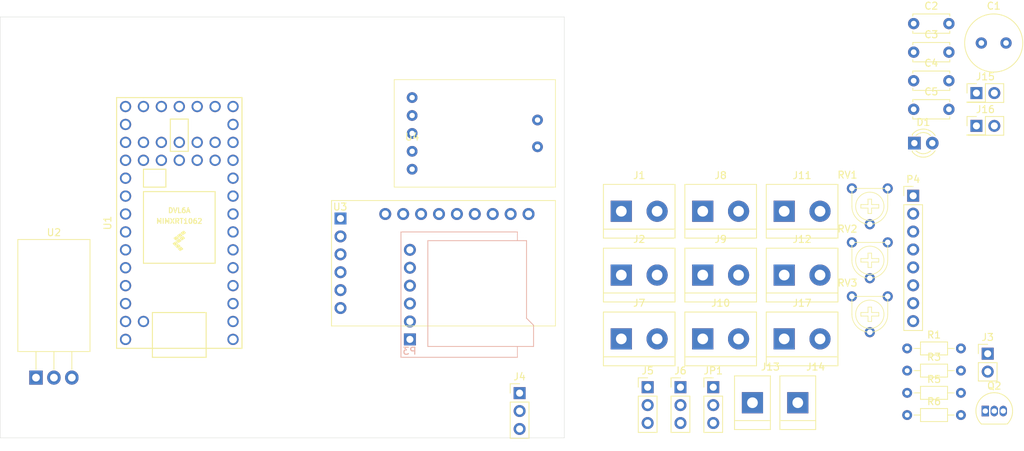
<source format=kicad_pcb>
(kicad_pcb (version 20240108) (generator "pcbnew") (generator_version "8.0")
  (layers (0 "F.Cu" signal) (31 "B.Cu" signal) (34 "B.Paste" user) (35 "F.Paste" user) (36 "B.SilkS" user "B.Silkscreen") (37 "F.SilkS" user "F.Silkscreen") (38 "B.Mask" user) (39 "F.Mask" user) (44 "Edge.Cuts" user))
  (net 0 "")
  (net 5 "Net-(U1-20_A6_TX5_LRCLK1)")
  (net 11 "Net-(U1-7_RX2_OUT1A)")
  (net 22 "/INPUT_C")
  (net 28 "Net-(U1-21_A7_RX5_BCLK1)")
  (net 33 "/INPUT_B")
  (net 37 "/INPUT_A")
  (net 41 "/INPUT_D")
  (net 45 "GND")
  (net 46 "Net-(U2-OUT)")
  (net 47 "Net-(J9-Pin_2)")
  (net 48 "Net-(C2-Pad1)")
  (net 49 "Net-(J7-Pin_2)")
  (net 50 "Net-(C3-Pad1)")
  (net 51 "Net-(J17-Pin_2)")
  (net 52 "Net-(C5-Pad1)")
  (net 54 "Net-(D1-K)")
  (net 55 "Net-(J1-Pin_2)")
  (net 56 "Net-(J10-Pin_2)")
  (net 57 "Net-(J3-Pin_1)")
  (net 58 "/VCC")
  (net 60 "Net-(J4-Pin_2)")
  (net 63 "Net-(J11-Pin_2)")
  (net 64 "Net-(J12-Pin_1)")
  (net 67 "Net-(J16-Pin_1)")
  (net 68 "Net-(JP1-A)")
  (net 70 "Net-(JP1-C)")
  (net 75 "/A1")
  (net 77 "/A3")
  (net 78 "/A2")
  (net 79 "/A0")
  (footprint "Sound_Myca_Teensy:bornier2" (layer "F.Cu") (at 176.98 125.66)
    (property "Reference" "J7" (at 2.54 -5.08 0) (layer "F.SilkS"))
    (property "Value" "OUTPUT_L")
    (fp_line (start -2.54 -3.81) (end -2.54 3.81) (stroke (width 0.12)) (layer "F.SilkS"))
    (fp_line (start -2.54 3.81) (end 7.62 3.81) (stroke (width 0.12)) (layer "F.SilkS"))
    (fp_line (start 7.62 -3.81) (end -2.54 -3.81) (stroke (width 0.12)) (layer "F.SilkS"))
    (fp_line (start 7.62 2.54) (end -2.54 2.54) (stroke (width 0.12)) (layer "F.SilkS"))
    (fp_line (start 7.62 3.81) (end 7.62 -3.81) (stroke (width 0.12)) (layer "F.SilkS"))
    (pad "1" thru_hole rect (at 0 0) (size 3 3) (drill 1.52) (layers "*.Cu" "*.Mask") (net 45 "GND"))
    (pad "2" thru_hole circle (at 5.08 0) (size 3 3) (drill 1.52) (layers "*.Cu" "*.Mask") (net 49 "Net-(J7-Pin_2)"))
  )
  (footprint "Connector_PinHeader_2.54mm:PinHeader_1x02_P2.54mm_Vertical" (layer "F.Cu") (at 228.94 127.76)
    (property "Reference" "J3" (at 0 -2.33 0) (layer "F.SilkS"))
    (property "Value" "Smoke Check")
    (fp_line (start -1.33 -1.33) (end 0 -1.33) (stroke (width 0.12)) (layer "F.SilkS"))
    (fp_line (start -1.33 0) (end -1.33 -1.33) (stroke (width 0.12)) (layer "F.SilkS"))
    (fp_line (start -1.33 1.27) (end -1.33 3.87) (stroke (width 0.12)) (layer "F.SilkS"))
    (fp_line (start -1.33 1.27) (end 1.33 1.27) (stroke (width 0.12)) (layer "F.SilkS"))
    (fp_line (start -1.33 3.87) (end 1.33 3.87) (stroke (width 0.12)) (layer "F.SilkS"))
    (fp_line (start 1.33 1.27) (end 1.33 3.87) (stroke (width 0.12)) (layer "F.SilkS"))
    (pad "1" thru_hole rect (at 0 0) (size 1.7 1.7) (drill 1) (layers "*.Cu" "*.Mask") (net 57 "Net-(J3-Pin_1)"))
    (pad "2" thru_hole oval (at 0 2.54) (size 1.7 1.7) (drill 1) (layers "*.Cu" "*.Mask") (net 58 "/VCC"))
  )
  (footprint "Connector_PinHeader_2.54mm:PinHeader_1x03_P2.54mm_Vertical" (layer "F.Cu") (at 180.72 132.51)
    (property "Reference" "J5" (at 0 -2.33 0) (layer "F.SilkS"))
    (property "Value" "B")
    (fp_line (start -1.33 -1.33) (end 0 -1.33) (stroke (width 0.12)) (layer "F.SilkS"))
    (fp_line (start -1.33 0) (end -1.33 -1.33) (stroke (width 0.12)) (layer "F.SilkS"))
    (fp_line (start -1.33 1.27) (end -1.33 6.41) (stroke (width 0.12)) (layer "F.SilkS"))
    (fp_line (start -1.33 1.27) (end 1.33 1.27) (stroke (width 0.12)) (layer "F.SilkS"))
    (fp_line (start -1.33 6.41) (end 1.33 6.41) (stroke (width 0.12)) (layer "F.SilkS"))
    (fp_line (start 1.33 1.27) (end 1.33 6.41) (stroke (width 0.12)) (layer "F.SilkS"))
    (pad "1" thru_hole rect (at 0 0) (size 1.7 1.7) (drill 1) (layers "*.Cu" "*.Mask"))
    (pad "2" thru_hole oval (at 0 2.54) (size 1.7 1.7) (drill 1) (layers "*.Cu" "*.Mask") (net 60 "Net-(J4-Pin_2)"))
    (pad "3" thru_hole oval (at 0 5.08) (size 1.7 1.7) (drill 1) (layers "*.Cu" "*.Mask") (net 45 "GND"))
  )
  (footprint "Sound_Myca_Teensy:bornier2" (layer "F.Cu") (at 188.53 125.66)
    (property "Reference" "J10" (at 2.54 -5.08 0) (layer "F.SilkS"))
    (property "Value" "AMPLI_R")
    (fp_line (start -2.54 -3.81) (end -2.54 3.81) (stroke (width 0.12)) (layer "F.SilkS"))
    (fp_line (start -2.54 3.81) (end 7.62 3.81) (stroke (width 0.12)) (layer "F.SilkS"))
    (fp_line (start 7.62 -3.81) (end -2.54 -3.81) (stroke (width 0.12)) (layer "F.SilkS"))
    (fp_line (start 7.62 2.54) (end -2.54 2.54) (stroke (width 0.12)) (layer "F.SilkS"))
    (fp_line (start 7.62 3.81) (end 7.62 -3.81) (stroke (width 0.12)) (layer "F.SilkS"))
    (pad "1" thru_hole rect (at 0 0) (size 3 3) (drill 1.52) (layers "*.Cu" "*.Mask") (net 45 "GND"))
    (pad "2" thru_hole circle (at 5.08 0) (size 3 3) (drill 1.52) (layers "*.Cu" "*.Mask") (net 56 "Net-(J10-Pin_2)"))
  )
  (footprint "Sound_Myca_Teensy:Potentiometer_Round_5.08x5.08_Vertical" (layer "F.Cu") (at 214.762 119.63)
    (property "Reference" "RV3" (at -5.715 -1.905 0) (layer "F.SilkS"))
    (property "Value" "10K")
    (fp_line (start -5.08 0) (end -5.08 2.54) (stroke (width 0.1)) (layer "F.SilkS"))
    (fp_line (start -3.81 2.286) (end -2.794 2.286) (stroke (width 0.1)) (layer "F.SilkS"))
    (fp_line (start -3.81 2.794) (end -3.81 2.286) (stroke (width 0.1)) (layer "F.SilkS"))
    (fp_line (start -2.794 1.524) (end -2.286 1.524) (stroke (width 0.1)) (layer "F.SilkS"))
    (fp_line (start -2.794 2.286) (end -2.794 1.524) (stroke (width 0.1)) (layer "F.SilkS"))
    (fp_line (start -2.794 2.794) (end -3.81 2.794) (stroke (width 0.1)) (layer "F.SilkS"))
    (fp_line (start -2.794 3.556) (end -2.794 2.794) (stroke (width 0.1)) (layer "F.SilkS"))
    (fp_line (start -2.286 1.524) (end -2.286 2.286) (stroke (width 0.1)) (layer "F.SilkS"))
    (fp_line (start -2.286 2.286) (end -1.27 2.286) (stroke (width 0.1)) (layer "F.SilkS"))
    (fp_line (start -2.286 2.794) (end -2.286 3.556) (stroke (width 0.1)) (layer "F.SilkS"))
    (fp_line (start -2.286 3.556) (end -2.794 3.556) (stroke (width 0.1)) (layer "F.SilkS"))
    (fp_line (start -1.27 2.286) (end -1.27 2.794) (stroke (width 0.1)) (layer "F.SilkS"))
    (fp_line (start -1.27 2.794) (end -2.286 2.794) (stroke (width 0.1)) (layer "F.SilkS"))
    (fp_line (start 0 0) (end -5.08 0) (stroke (width 0.1)) (layer "F.SilkS"))
    (fp_line (start 0 2.54) (end 0 0) (stroke (width 0.1)) (layer "F.SilkS"))
    (fp_arc (start 0 2.54) (mid -2.54 5.08) (end -5.08 2.54) (stroke (width 0.1)) (layer "F.SilkS"))
    (fp_circle (center -2.54 2.54) (end -0.635 1.905) (stroke (width 0.1)) (fill none) (layer "F.SilkS"))
    (pad "1" thru_hole circle (at 0 0) (size 1.44 1.44) (drill 0.8) (layers "*.Cu" "*.Mask") (net 45 "GND"))
    (pad "2" thru_hole circle (at -2.54 5.08) (size 1.44 1.44) (drill 0.8) (layers "*.Cu" "*.Mask") (net 52 "Net-(C5-Pad1)"))
    (pad "3" thru_hole circle (at -5.08 0) (size 1.44 1.44) (drill 0.8) (layers "*.Cu" "*.Mask"))
  )
  (footprint "Resistor_THT:R_Axial_DIN0204_L3.6mm_D1.6mm_P7.62mm_Horizontal" (layer "F.Cu") (at 217.52 127.01)
    (property "Reference" "R1" (at 3.81 -1.92 0) (layer "F.SilkS"))
    (property "Value" "1K")
    (fp_line (start 0.94 0) (end 1.89 0) (stroke (width 0.12)) (layer "F.SilkS"))
    (fp_line (start 1.89 -0.92) (end 1.89 0.92) (stroke (width 0.12)) (layer "F.SilkS"))
    (fp_line (start 1.89 0.92) (end 5.73 0.92) (stroke (width 0.12)) (layer "F.SilkS"))
    (fp_line (start 5.73 -0.92) (end 1.89 -0.92) (stroke (width 0.12)) (layer "F.SilkS"))
    (fp_line (start 5.73 0.92) (end 5.73 -0.92) (stroke (width 0.12)) (layer "F.SilkS"))
    (fp_line (start 6.68 0) (end 5.73 0) (stroke (width 0.12)) (layer "F.SilkS"))
    (pad "1" thru_hole circle (at 0 0) (size 1.4 1.4) (drill 0.7) (layers "*.Cu" "*.Mask"))
    (pad "2" thru_hole oval (at 7.62 0) (size 1.4 1.4) (drill 0.7) (layers "*.Cu" "*.Mask"))
  )
  (footprint "LED_THT:LED_D3.0mm" (layer "F.Cu") (at 218.54 97.9)
    (property "Reference" "D1" (at 1.27 -2.96 0) (layer "F.SilkS"))
    (property "Value" "LED Alr")
    (fp_line (start -0.29 -1.236) (end -0.29 -1.08) (stroke (width 0.12)) (layer "F.SilkS"))
    (fp_line (start -0.29 1.08) (end -0.29 1.236) (stroke (width 0.12)) (layer "F.SilkS"))
    (fp_arc (start -0.29 -1.235516) (mid 1.366487 -1.987659) (end 2.942335 -1.078608) (stroke (width 0.12)) (layer "F.SilkS"))
    (fp_arc (start 0.229039 -1.08) (mid 1.270117 -1.5) (end 2.31113 -1.079837) (stroke (width 0.12)) (layer "F.SilkS"))
    (fp_arc (start 2.31113 1.079837) (mid 1.270117 1.5) (end 0.229039 1.08) (stroke (width 0.12)) (layer "F.SilkS"))
    (fp_arc (start 2.942335 1.078608) (mid 1.366487 1.987659) (end -0.29 1.235516) (stroke (width 0.12)) (layer "F.SilkS"))
    (pad "1" thru_hole rect (at 0 0) (size 1.8 1.8) (drill 0.9) (layers "*.Cu" "*.Mask") (net 54 "Net-(D1-K)"))
    (pad "2" thru_hole circle (at 2.54 0) (size 1.8 1.8) (drill 0.9) (layers "*.Cu" "*.Mask"))
  )
  (footprint "Capacitor_THT:C_Disc_D5.0mm_W2.5mm_P5.00mm" (layer "F.Cu") (at 218.44 89.05)
    (property "Reference" "C4" (at 2.5 -2.5 0) (layer "F.SilkS"))
    (property "Value" "100nF")
    (fp_line (start -0.12 -1.37) (end -0.12 -1.055) (stroke (width 0.12)) (layer "F.SilkS"))
    (fp_line (start -0.12 -1.37) (end 5.12 -1.37) (stroke (width 0.12)) (layer "F.SilkS"))
    (fp_line (start -0.12 1.055) (end -0.12 1.37) (stroke (width 0.12)) (layer "F.SilkS"))
    (fp_line (start -0.12 1.37) (end 5.12 1.37) (stroke (width 0.12)) (layer "F.SilkS"))
    (fp_line (start 5.12 -1.37) (end 5.12 -1.055) (stroke (width 0.12)) (layer "F.SilkS"))
    (fp_line (start 5.12 1.055) (end 5.12 1.37) (stroke (width 0.12)) (layer "F.SilkS"))
    (pad "1" thru_hole circle (at 0 0) (size 1.6 1.6) (drill 0.8) (layers "*.Cu" "*.Mask") (net 45 "GND"))
    (pad "2" thru_hole circle (at 5 0) (size 1.6 1.6) (drill 0.8) (layers "*.Cu" "*.Mask") (net 46 "Net-(U2-OUT)"))
  )
  (footprint "Resistor_THT:R_Axial_DIN0204_L3.6mm_D1.6mm_P7.62mm_Horizontal" (layer "F.Cu") (at 217.52 136.46)
    (property "Reference" "R6" (at 3.81 -1.92 0) (layer "F.SilkS"))
    (property "Value" "10K")
    (fp_line (start 0.94 0) (end 1.89 0) (stroke (width 0.12)) (layer "F.SilkS"))
    (fp_line (start 1.89 -0.92) (end 1.89 0.92) (stroke (width 0.12)) (layer "F.SilkS"))
    (fp_line (start 1.89 0.92) (end 5.73 0.92) (stroke (width 0.12)) (layer "F.SilkS"))
    (fp_line (start 5.73 -0.92) (end 1.89 -0.92) (stroke (width 0.12)) (layer "F.SilkS"))
    (fp_line (start 5.73 0.92) (end 5.73 -0.92) (stroke (width 0.12)) (layer "F.SilkS"))
    (fp_line (start 6.68 0) (end 5.73 0) (stroke (width 0.12)) (layer "F.SilkS"))
    (pad "1" thru_hole circle (at 0 0) (size 1.4 1.4) (drill 0.7) (layers "*.Cu" "*.Mask") (net 68 "Net-(JP1-A)"))
    (pad "2" thru_hole oval (at 7.62 0) (size 1.4 1.4) (drill 0.7) (layers "*.Cu" "*.Mask") (net 45 "GND"))
  )
  (footprint "Sound_Myca_Teensy:bornier1" (layer "F.Cu") (at 202.007 134.71)
    (property "Reference" "J14" (at 2.54 -5.08 0) (layer "F.SilkS"))
    (property "Value" "OUTPUT_R")
    (fp_line (start -2.54 -3.81) (end -2.54 3.81) (stroke (width 0.12)) (layer "F.SilkS"))
    (fp_line (start -2.54 3.81) (end 2.54 3.81) (stroke (width 0.12)) (layer "F.SilkS"))
    (fp_line (start 2.54 -3.81) (end -2.54 -3.81) (stroke (width 0.12)) (layer "F.SilkS"))
    (fp_line (start 2.54 2.54) (end -2.54 2.54) (stroke (width 0.12)) (layer "F.SilkS"))
    (fp_line (start 2.54 3.81) (end 2.54 -3.81) (stroke (width 0.12)) (layer "F.SilkS"))
    (pad "1" thru_hole rect (at 0 0) (size 3 3) (drill 1.52) (layers "*.Cu" "*.Mask") (net 64 "Net-(J12-Pin_1)"))
  )
  (footprint "Connector_PinHeader_2.54mm:PinHeader_2x01_P2.54mm_Vertical" (layer "F.Cu") (at 227.34 95.45)
    (property "Reference" "J16" (at 1.27 -2.33 0) (layer "F.SilkS"))
    (property "Value" "OUT_LINE")
    (fp_line (start -1.33 -1.33) (end 0 -1.33) (stroke (width 0.12)) (layer "F.SilkS"))
    (fp_line (start -1.33 0) (end -1.33 -1.33) (stroke (width 0.12)) (layer "F.SilkS"))
    (fp_line (start -1.33 1.27) (end -1.33 1.33) (stroke (width 0.12)) (layer "F.SilkS"))
    (fp_line (start -1.33 1.27) (end 1.27 1.27) (stroke (width 0.12)) (layer "F.SilkS"))
    (fp_line (start -1.33 1.33) (end 3.87 1.33) (stroke (width 0.12)) (layer "F.SilkS"))
    (fp_line (start 1.27 -1.33) (end 3.87 -1.33) (stroke (width 0.12)) (layer "F.SilkS"))
    (fp_line (start 1.27 1.27) (end 1.27 -1.33) (stroke (width 0.12)) (layer "F.SilkS"))
    (fp_line (start 3.87 -1.33) (end 3.87 1.33) (stroke (width 0.12)) (layer "F.SilkS"))
    (pad "1" thru_hole rect (at 0 0) (size 1.7 1.7) (drill 1) (layers "*.Cu" "*.Mask") (net 67 "Net-(J16-Pin_1)"))
    (pad "2" thru_hole oval (at 2.54 0) (size 1.7 1.7) (drill 1) (layers "*.Cu" "*.Mask") (net 45 "GND"))
  )
  (footprint "Connector_PinHeader_2.54mm:PinHeader_1x03_P2.54mm_Vertical" (layer "F.Cu") (at 185.37 132.51)
    (property "Reference" "J6" (at 0 -2.33 0) (layer "F.SilkS"))
    (property "Value" "C")
    (fp_line (start -1.33 -1.33) (end 0 -1.33) (stroke (width 0.12)) (layer "F.SilkS"))
    (fp_line (start -1.33 0) (end -1.33 -1.33) (stroke (width 0.12)) (layer "F.SilkS"))
    (fp_line (start -1.33 1.27) (end -1.33 6.41) (stroke (width 0.12)) (layer "F.SilkS"))
    (fp_line (start -1.33 1.27) (end 1.33 1.27) (stroke (width 0.12)) (layer "F.SilkS"))
    (fp_line (start -1.33 6.41) (end 1.33 6.41) (stroke (width 0.12)) (layer "F.SilkS"))
    (fp_line (start 1.33 1.27) (end 1.33 6.41) (stroke (width 0.12)) (layer "F.SilkS"))
    (pad "1" thru_hole rect (at 0 0) (size 1.7 1.7) (drill 1) (layers "*.Cu" "*.Mask"))
    (pad "2" thru_hole oval (at 0 2.54) (size 1.7 1.7) (drill 1) (layers "*.Cu" "*.Mask") (net 60 "Net-(J4-Pin_2)"))
    (pad "3" thru_hole oval (at 0 5.08) (size 1.7 1.7) (drill 1) (layers "*.Cu" "*.Mask") (net 45 "GND"))
  )
  (footprint "Resistor_THT:R_Axial_DIN0204_L3.6mm_D1.6mm_P7.62mm_Horizontal" (layer "F.Cu") (at 217.52 130.16)
    (property "Reference" "R3" (at 3.81 -1.92 0) (layer "F.SilkS"))
    (property "Value" "470")
    (fp_line (start 0.94 0) (end 1.89 0) (stroke (width 0.12)) (layer "F.SilkS"))
    (fp_line (start 1.89 -0.92) (end 1.89 0.92) (stroke (width 0.12)) (layer "F.SilkS"))
    (fp_line (start 1.89 0.92) (end 5.73 0.92) (stroke (width 0.12)) (layer "F.SilkS"))
    (fp_line (start 5.73 -0.92) (end 1.89 -0.92) (stroke (width 0.12)) (layer "F.SilkS"))
    (fp_line (start 5.73 0.92) (end 5.73 -0.92) (stroke (width 0.12)) (layer "F.SilkS"))
    (fp_line (start 6.68 0) (end 5.73 0) (stroke (width 0.12)) (layer "F.SilkS"))
    (pad "1" thru_hole circle (at 0 0) (size 1.4 1.4) (drill 0.7) (layers "*.Cu" "*.Mask") (net 54 "Net-(D1-K)"))
    (pad "2" thru_hole oval (at 7.62 0) (size 1.4 1.4) (drill 0.7) (layers "*.Cu" "*.Mask") (net 45 "GND"))
  )
  (footprint "Sound_Myca_Teensy:bornier2" (layer "F.Cu") (at 188.53 107.56)
    (property "Reference" "J8" (at 2.54 -5.08 0) (layer "F.SilkS"))
    (property "Value" "AMPLI_L")
    (fp_line (start -2.54 -3.81) (end -2.54 3.81) (stroke (width 0.12)) (layer "F.SilkS"))
    (fp_line (start -2.54 3.81) (end 7.62 3.81) (stroke (width 0.12)) (layer "F.SilkS"))
    (fp_line (start 7.62 -3.81) (end -2.54 -3.81) (stroke (width 0.12)) (layer "F.SilkS"))
    (fp_line (start 7.62 2.54) (end -2.54 2.54) (stroke (width 0.12)) (layer "F.SilkS"))
    (fp_line (start 7.62 3.81) (end 7.62 -3.81) (stroke (width 0.12)) (layer "F.SilkS"))
    (pad "1" thru_hole rect (at 0 0) (size 3 3) (drill 1.52) (layers "*.Cu" "*.Mask") (net 45 "GND"))
    (pad "2" thru_hole circle (at 5.08 0) (size 3 3) (drill 1.52) (layers "*.Cu" "*.Mask") (net 56 "Net-(J10-Pin_2)"))
  )
  (footprint "Capacitor_THT:C_Disc_D5.0mm_W2.5mm_P5.00mm" (layer "F.Cu") (at 218.44 85)
    (property "Reference" "C3" (at 2.5 -2.5 0) (layer "F.SilkS"))
    (property "Value" "1µF")
    (fp_line (start -0.12 -1.37) (end -0.12 -1.055) (stroke (width 0.12)) (layer "F.SilkS"))
    (fp_line (start -0.12 -1.37) (end 5.12 -1.37) (stroke (width 0.12)) (layer "F.SilkS"))
    (fp_line (start -0.12 1.055) (end -0.12 1.37) (stroke (width 0.12)) (layer "F.SilkS"))
    (fp_line (start -0.12 1.37) (end 5.12 1.37) (stroke (width 0.12)) (layer "F.SilkS"))
    (fp_line (start 5.12 -1.37) (end 5.12 -1.055) (stroke (width 0.12)) (layer "F.SilkS"))
    (fp_line (start 5.12 1.055) (end 5.12 1.37) (stroke (width 0.12)) (layer "F.SilkS"))
    (pad "1" thru_hole circle (at 0 0) (size 1.6 1.6) (drill 0.8) (layers "*.Cu" "*.Mask") (net 50 "Net-(C3-Pad1)"))
    (pad "2" thru_hole circle (at 5 0) (size 1.6 1.6) (drill 0.8) (layers "*.Cu" "*.Mask") (net 49 "Net-(J7-Pin_2)"))
  )
  (footprint "Sound_Myca_Teensy:bornier2" (layer "F.Cu") (at 176.98 107.56)
    (property "Reference" "J1" (at 2.54 -5.08 0) (layer "F.SilkS"))
    (property "Value" "Power")
    (fp_line (start -2.54 -3.81) (end -2.54 3.81) (stroke (width 0.12)) (layer "F.SilkS"))
    (fp_line (start -2.54 3.81) (end 7.62 3.81) (stroke (width 0.12)) (layer "F.SilkS"))
    (fp_line (start 7.62 -3.81) (end -2.54 -3.81) (stroke (width 0.12)) (layer "F.SilkS"))
    (fp_line (start 7.62 2.54) (end -2.54 2.54) (stroke (width 0.12)) (layer "F.SilkS"))
    (fp_line (start 7.62 3.81) (end 7.62 -3.81) (stroke (width 0.12)) (layer "F.SilkS"))
    (pad "1" thru_hole rect (at 0 0) (size 3 3) (drill 1.52) (layers "*.Cu" "*.Mask") (net 45 "GND"))
    (pad "2" thru_hole circle (at 5.08 0) (size 3 3) (drill 1.52) (layers "*.Cu" "*.Mask") (net 55 "Net-(J1-Pin_2)"))
  )
  (footprint "Sound_Myca_Teensy:Potentiometer_Round_5.08x5.08_Vertical" (layer "F.Cu") (at 214.762 104.322)
    (property "Reference" "RV1" (at -5.715 -1.905 0) (layer "F.SilkS"))
    (property "Value" "10K")
    (fp_line (start -5.08 0) (end -5.08 2.54) (stroke (width 0.1)) (layer "F.SilkS"))
    (fp_line (start -3.81 2.286) (end -2.794 2.286) (stroke (width 0.1)) (layer "F.SilkS"))
    (fp_line (start -3.81 2.794) (end -3.81 2.286) (stroke (width 0.1)) (layer "F.SilkS"))
    (fp_line (start -2.794 1.524) (end -2.286 1.524) (stroke (width 0.1)) (layer "F.SilkS"))
    (fp_line (start -2.794 2.286) (end -2.794 1.524) (stroke (width 0.1)) (layer "F.SilkS"))
    (fp_line (start -2.794 2.794) (end -3.81 2.794) (stroke (width 0.1)) (layer "F.SilkS"))
    (fp_line (start -2.794 3.556) (end -2.794 2.794) (stroke (width 0.1)) (layer "F.SilkS"))
    (fp_line (start -2.286 1.524) (end -2.286 2.286) (stroke (width 0.1)) (layer "F.SilkS"))
    (fp_line (start -2.286 2.286) (end -1.27 2.286) (stroke (width 0.1)) (layer "F.SilkS"))
    (fp_line (start -2.286 2.794) (end -2.286 3.556) (stroke (width 0.1)) (layer "F.SilkS"))
    (fp_line (start -2.286 3.556) (end -2.794 3.556) (stroke (width 0.1)) (layer "F.SilkS"))
    (fp_line (start -1.27 2.286) (end -1.27 2.794) (stroke (width 0.1)) (layer "F.SilkS"))
    (fp_line (start -1.27 2.794) (end -2.286 2.794) (stroke (width 0.1)) (layer "F.SilkS"))
    (fp_line (start 0 0) (end -5.08 0) (stroke (width 0.1)) (layer "F.SilkS"))
    (fp_line (start 0 2.54) (end 0 0) (stroke (width 0.1)) (layer "F.SilkS"))
    (fp_arc (start 0 2.54) (mid -2.54 5.08) (end -5.08 2.54) (stroke (width 0.1)) (layer "F.SilkS"))
    (fp_circle (center -2.54 2.54) (end -0.635 1.905) (stroke (width 0.1)) (fill none) (layer "F.SilkS"))
    (pad "1" thru_hole circle (at 0 0) (size 1.44 1.44) (drill 0.8) (layers "*.Cu" "*.Mask") (net 45 "GND"))
    (pad "2" thru_hole circle (at -2.54 5.08) (size 1.44 1.44) (drill 0.8) (layers "*.Cu" "*.Mask") (net 50 "Net-(C3-Pad1)"))
    (pad "3" thru_hole circle (at -5.08 0) (size 1.44 1.44) (drill 0.8) (layers "*.Cu" "*.Mask") (net 67 "Net-(J16-Pin_1)"))
  )
  (footprint "Sound_Myca_Teensy:bornier1" (layer "F.Cu") (at 195.58 134.71)
    (property "Reference" "J13" (at 2.54 -5.08 0) (layer "F.SilkS"))
    (property "Value" "OUTPUT_L")
    (fp_line (start -2.54 -3.81) (end -2.54 3.81) (stroke (width 0.12)) (layer "F.SilkS"))
    (fp_line (start -2.54 3.81) (end 2.54 3.81) (stroke (width 0.12)) (layer "F.SilkS"))
    (fp_line (start 2.54 -3.81) (end -2.54 -3.81) (stroke (width 0.12)) (layer "F.SilkS"))
    (fp_line (start 2.54 2.54) (end -2.54 2.54) (stroke (width 0.12)) (layer "F.SilkS"))
    (fp_line (start 2.54 3.81) (end 2.54 -3.81) (stroke (width 0.12)) (layer "F.SilkS"))
    (pad "1" thru_hole rect (at 0 0) (size 3 3) (drill 1.52) (layers "*.Cu" "*.Mask") (net 63 "Net-(J11-Pin_2)"))
  )
  (footprint "Resistor_THT:R_Axial_DIN0204_L3.6mm_D1.6mm_P7.62mm_Horizontal" (layer "F.Cu") (at 217.52 133.31)
    (property "Reference" "R5" (at 3.81 -1.92 0) (layer "F.SilkS"))
    (property "Value" "100K")
    (fp_line (start 0.94 0) (end 1.89 0) (stroke (width 0.12)) (layer "F.SilkS"))
    (fp_line (start 1.89 -0.92) (end 1.89 0.92) (stroke (width 0.12)) (layer "F.SilkS"))
    (fp_line (start 1.89 0.92) (end 5.73 0.92) (stroke (width 0.12)) (layer "F.SilkS"))
    (fp_line (start 5.73 -0.92) (end 1.89 -0.92) (stroke (width 0.12)) (layer "F.SilkS"))
    (fp_line (start 5.73 0.92) (end 5.73 -0.92) (stroke (width 0.12)) (layer "F.SilkS"))
    (fp_line (start 6.68 0) (end 5.73 0) (stroke (width 0.12)) (layer "F.SilkS"))
    (pad "1" thru_hole circle (at 0 0) (size 1.4 1.4) (drill 0.7) (layers "*.Cu" "*.Mask") (net 57 "Net-(J3-Pin_1)"))
    (pad "2" thru_hole oval (at 7.62 0) (size 1.4 1.4) (drill 0.7) (layers "*.Cu" "*.Mask") (net 45 "GND"))
  )
  (footprint "Connector_PinHeader_2.54mm:PinHeader_1x03_P2.54mm_Vertical" (layer "F.Cu") (at 162.56 133.35)
    (property "Reference" "J4" (at 0 -2.33 0) (layer "F.SilkS"))
    (property "Value" "A")
    (fp_line (start -1.33 -1.33) (end 0 -1.33) (stroke (width 0.12)) (layer "F.SilkS"))
    (fp_line (start -1.33 0) (end -1.33 -1.33) (stroke (width 0.12)) (layer "F.SilkS"))
    (fp_line (start -1.33 1.27) (end -1.33 6.41) (stroke (width 0.12)) (layer "F.SilkS"))
    (fp_line (start -1.33 1.27) (end 1.33 1.27) (stroke (width 0.12)) (layer "F.SilkS"))
    (fp_line (start -1.33 6.41) (end 1.33 6.41) (stroke (width 0.12)) (layer "F.SilkS"))
    (fp_line (start 1.33 1.27) (end 1.33 6.41) (stroke (width 0.12)) (layer "F.SilkS"))
    (pad "1" thru_hole rect (at 0 0) (size 1.7 1.7) (drill 1) (layers "*.Cu" "*.Mask"))
    (pad "2" thru_hole oval (at 0 2.54) (size 1.7 1.7) (drill 1) (layers "*.Cu" "*.Mask") (net 60 "Net-(J4-Pin_2)"))
    (pad "3" thru_hole oval (at 0 5.08) (size 1.7 1.7) (drill 1) (layers "*.Cu" "*.Mask") (net 45 "GND"))
  )
  (footprint "Sound_Myca_Teensy:Teensy40" (layer "F.Cu") (at 114.3 109.22 90)
    (property "Reference" "U1" (at 0 -10.16 90) (layer "F.SilkS"))
    (property "Value" "Teensy4.0")
    (fp_line (start 17.78 -8.89) (end 17.78 8.89) (stroke (width 0.15)) (layer "F.SilkS"))
    (fp_line (start -17.78 -8.89) (end 17.78 -8.89) (stroke (width 0.15)) (layer "F.SilkS"))
    (fp_line (start 7.62 -5.08) (end 7.62 -1.905) (stroke (width 0.15)) (layer "F.SilkS"))
    (fp_line (start 5.08 -5.08) (end 7.62 -5.08) (stroke (width 0.15)) (layer "F.SilkS"))
    (fp_line (start 4.445 -5.08) (end -5.715 -5.08) (stroke (width 0.15)) (layer "F.SilkS"))
    (fp_line (start -5.715 -5.08) (end -5.715 5.08) (stroke (width 0.15)) (layer "F.SilkS"))
    (fp_line (start -12.7 -3.81) (end -17.78 -3.81) (stroke (width 0.15)) (layer "F.SilkS"))
    (fp_line (start -19.05 -3.81) (end -17.78 -3.81) (stroke (width 0.15)) (layer "F.SilkS"))
    (fp_line (start 7.62 -1.905) (end 5.08 -1.905) (stroke (width 0.15)) (layer "F.SilkS"))
    (fp_line (start 5.08 -1.905) (end 5.08 -5.08) (stroke (width 0.15)) (layer "F.SilkS"))
    (fp_line (start 14.732 -1.27) (end 14.732 1.27) (stroke (width 0.15)) (layer "F.SilkS"))
    (fp_line (start 10.16 -1.27) (end 14.732 -1.27) (stroke (width 0.15)) (layer "F.SilkS"))
    (fp_line (start 14.732 1.27) (end 10.16 1.27) (stroke (width 0.15)) (layer "F.SilkS"))
    (fp_line (start 10.16 1.27) (end 10.16 -1.27) (stroke (width 0.15)) (layer "F.SilkS"))
    (fp_line (start -12.7 3.81) (end -12.7 -3.81) (stroke (width 0.15)) (layer "F.SilkS"))
    (fp_line (start -12.7 3.81) (end -17.78 3.81) (stroke (width 0.15)) (layer "F.SilkS"))
    (fp_line (start -17.78 3.81) (end -19.05 3.81) (stroke (width 0.15)) (layer "F.SilkS"))
    (fp_line (start -19.05 3.81) (end -19.05 -3.81) (stroke (width 0.15)) (layer "F.SilkS"))
    (fp_line (start 4.445 5.08) (end 4.445 -5.08) (stroke (width 0.15)) (layer "F.SilkS"))
    (fp_line (start 4.445 5.08) (end -5.715 5.08) (stroke (width 0.15)) (layer "F.SilkS"))
    (fp_line (start 17.78 8.89) (end -17.78 8.89) (stroke (width 0.15)) (layer "F.SilkS"))
    (fp_line (start -17.78 8.89) (end -17.78 -8.89) (stroke (width 0.15)) (layer "F.SilkS"))
    (fp_poly (pts (xy -3.175 -0.635) (xy -2.921 -0.889) (xy -2.667 -0.508) (xy -2.921 -0.254)) (stroke (width 0.1)) (fill solid) (layer "F.SilkS"))
    (fp_poly (pts (xy -2.413 -0.508) (xy -2.159 -0.762) (xy -1.905 -0.381) (xy -2.159 -0.127)) (stroke (width 0.1)) (fill solid) (layer "F.SilkS"))
    (fp_poly (pts (xy -3.556 -0.254) (xy -3.302 -0.508) (xy -3.048 -0.127) (xy -3.302 0.127)) (stroke (width 0.1)) (fill solid) (layer "F.SilkS"))
    (fp_poly (pts (xy -2.794 -0.127) (xy -2.54 -0.381) (xy -2.286 0) (xy -2.54 0.254)) (stroke (width 0.1)) (fill solid) (layer "F.SilkS"))
    (fp_poly (pts (xy -2.032 0) (xy -1.778 -0.254) (xy -1.524 0.127) (xy -1.778 0.381)) (stroke (width 0.1)) (fill solid) (layer "F.SilkS"))
    (fp_poly (pts (xy -3.937 0.127) (xy -3.683 -0.127) (xy -3.429 0.254) (xy -3.683 0.508)) (stroke (width 0.1)) (fill solid) (layer "F.SilkS"))
    (fp_poly (pts (xy -2.413 0.381) (xy -2.159 0.127) (xy -1.905 0.508) (xy -2.159 0.762)) (stroke (width 0.1)) (fill solid) (layer "F.SilkS"))
    (fp_poly (pts (xy -1.651 0.508) (xy -1.397 0.254) (xy -1.143 0.635) (xy -1.397 0.889)) (stroke (width 0.1)) (fill solid) (layer "F.SilkS"))
    (fp_text user "MIMXRT1062" (at 0.254 0 0) (layer "F.SilkS") (effects (font (size 0.7 0.7))))
    (fp_text user "DVL6A" (at 1.778 0 0) (layer "F.SilkS") (effects (font (size 0.7 0.7))))
    (pad "1" thru_hole circle (at -16.51 7.62 90) (size 1.6 1.6) (drill 1.1) (layers "*.Cu" "*.Mask") (net 45 "GND"))
    (pad "2" thru_hole circle (at -13.97 7.62 90) (size 1.6 1.6) (drill 1.1) (layers "*.Cu" "*.Mask") (net 41 "/INPUT_D"))
    (pad "3" thru_hole circle (at -11.43 7.62 90) (size 1.6 1.6) (drill 1.1) (layers "*.Cu" "*.Mask"))
    (pad "4" thru_hole circle (at -8.89 7.62 90) (size 1.6 1.6) (drill 1.1) (layers "*.Cu" "*.Mask") (net 37 "/INPUT_A"))
    (pad "5" thru_hole circle (at -6.35 7.62 90) (size 1.6 1.6) (drill 1.1) (layers "*.Cu" "*.Mask") (net 33 "/INPUT_B"))
    (pad "6" thru_hole circle (at -3.81 7.62 90) (size 1.6 1.6) (drill 1.1) (layers "*.Cu" "*.Mask") (net 22 "/INPUT_C"))
    (pad "7" thru_hole circle (at -1.27 7.62 90) (size 1.6 1.6) (drill 1.1) (layers "*.Cu" "*.Mask"))
    (pad "8" thru_hole circle (at 1.27 7.62 90) (size 1.6 1.6) (drill 1.1) (layers "*.Cu" "*.Mask"))
    (pad "9" thru_hole circle (at 3.81 7.62 90) (size 1.6 1.6) (drill 1.1) (layers "*.Cu" "*.Mask") (net 11 "Net-(U1-7_RX2_OUT1A)"))
    (pad "10" thru_hole circle (at 6.35 7.62 90) (size 1.6 1.6) (drill 1.1) (layers "*.Cu" "*.Mask"))
    (pad "11" thru_hole circle (at 8.89 7.62 90) (size 1.6 1.6) (drill 1.1) (layers "*.Cu" "*.Mask"))
    (pad "12" thru_hole circle (at 11.43 7.62 90) (size 1.6 1.6) (drill 1.1) (layers "*.Cu" "*.Mask"))
    (pad "13" thru_hole circle (at 13.97 7.62 90) (size 1.6 1.6) (drill 1.1) (layers "*.Cu" "*.Mask"))
    (pad "14" thru_hole circle (at 16.51 7.62 90) (size 1.6 1.6) (drill 1.1) (layers "*.Cu" "*.Mask"))
    (pad "15" thru_hole circle (at 16.51 5.08 90) (size 1.6 1.6) (drill 1.1) (layers "*.Cu" "*.Mask"))
    (pad "16" thru_hole circle (at 16.51 2.54 90) (size 1.6 1.6) (drill 1.1) (layers "*.Cu" "*.Mask"))
    (pad "17" thru_hole circle (at 16.51 0 90) (size 1.6 1.6) (drill 1.1) (layers "*.Cu" "*.Mask"))
    (pad "18" thru_hole circle (at 16.51 -2.54 90) (size 1.6 1.6) (drill 1.1) (layers "*.Cu" "*.Mask"))
    (pad "19" thru_hole circle (at 16.51 -5.08 90) (size 1.6 1.6) (drill 1.1) (layers "*.Cu" "*.Mask"))
    (pad "20" thru_hole circle (at 16.51 -7.62 90) (size 1.6 1.6) (drill 1.1) (layers "*.Cu" "*.Mask"))
    (pad "21" thru_hole circle (at 13.97 -7.62 90) (size 1.6 1.6) (drill 1.1) (layers "*.Cu" "*.Mask"))
    (pad "22" thru_hole circle (at 11.43 -7.62 90) (size 1.6 1.6) (drill 1.1) (layers "*.Cu" "*.Mask"))
    (pad "23" thru_hole circle (at 8.89 -7.62 90) (size 1.6 1.6) (drill 1.1) (layers "*.Cu" "*.Mask"))
    (pad "24" thru_hole circle (at 6.35 -7.62 90) (size 1.6 1.6) (drill 1.1) (layers "*.Cu" "*.Mask"))
    (pad "25" thru_hole circle (at 3.81 -7.62 90) (size 1.6 1.6) (drill 1.1) (layers "*.Cu" "*.Mask"))
    (pad "26" thru_hole circle (at 1.27 -7.62 90) (size 1.6 1.6) (drill 1.1) (layers "*.Cu" "*.Mask"))
    (pad "27" thru_hole circle (at -1.27 -7.62 90) (size 1.6 1.6) (drill 1.1) (layers "*.Cu" "*.Mask") (net 5 "Net-(U1-20_A6_TX5_LRCLK1)"))
    (pad "28" thru_hole circle (at -3.81 -7.62 90) (size 1.6 1.6) (drill 1.1) (layers "*.Cu" "*.Mask") (net 28 "Net-(U1-21_A7_RX5_BCLK1)"))
    (pad "29" thru_hole circle (at -6.35 -7.62 90) (size 1.6 1.6) (drill 1.1) (layers "*.Cu" "*.Mask"))
    (pad "30" thru_hole circle (at -8.89 -7.62 90) (size 1.6 1.6) (drill 1.1) (layers "*.Cu" "*.Mask"))
    (pad "31" thru_hole circle (at -11.43 -7.62 90) (size 1.6 1.6) (drill 1.1) (layers "*.Cu" "*.Mask"))
    (pad "32" thru_hole circle (at -13.97 -7.62 90) (size 1.6 1.6) (drill 1.1) (layers "*.Cu" "*.Mask"))
    (pad "33" thru_hole circle (at -16.51 -7.62 90) (size 1.6 1.6) (drill 1.1) (layers "*.Cu" "*.Mask"))
    (pad "34" thru_hole circle (at -13.97 -5.08 90) (size 1.6 1.6) (drill 1.1) (layers "*.Cu" "*.Mask"))
    (pad "35" thru_hole circle (at 11.43 -5.08 90) (size 1.6 1.6) (drill 1.1) (layers "*.Cu" "*.Mask"))
    (pad "36" thru_hole circle (at 8.89 -5.08 90) (size 1.6 1.6) (drill 1.1) (layers "*.Cu" "*.Mask"))
    (pad "37" thru_hole circle (at 11.43 -2.54 90) (size 1.6 1.6) (drill 1.1) (layers "*.Cu" "*.Mask"))
    (pad "38" thru_hole circle (at 8.89 -2.54 90) (size 1.6 1.6) (drill 1.1) (layers "*.Cu" "*.Mask"))
    (pad "39" thru_hole circle (at 11.43 0 90) (size 1.6 1.6) (drill 1.1) (layers "*.Cu" "*.Mask"))
    (pad "40" thru_hole circle (at 8.89 0 90) (size 1.6 1.6) (drill 1.1) (layers "*.Cu" "*.Mask"))
    (pad "41" thru_hole circle (at 11.43 2.54 90) (size 1.6 1.6) (drill 1.1) (layers "*.Cu" "*.Mask"))
    (pad "42" thru_hole circle (at 8.89 2.54 90) (size 1.6 1.6) (drill 1.1) (layers "*.Cu" "*.Mask"))
    (pad "43" thru_hole circle (at 11.43 5.08 90) (size 1.6 1.6) (drill 1.1) (layers "*.Cu" "*.Mask"))
    (pad "44" thru_hole circle (at 8.89 5.08 90) (size 1.6 1.6) (drill 1.1) (layers "*.Cu" "*.Mask"))
  )
  (footprint "Connector_PinHeader_2.54mm:PinHeader_1x03_P2.54mm_Vertical" (layer "F.Cu") (at 190.02 132.51)
    (property "Reference" "JP1" (at 0 -2.33 0) (layer "F.SilkS"))
    (property "Value" "Jumper_2_Open")
    (fp_line (start -1.33 -1.33) (end 0 -1.33) (stroke (width 0.12)) (layer "F.SilkS"))
    (fp_line (start -1.33 0) (end -1.33 -1.33) (stroke (width 0.12)) (layer "F.SilkS"))
    (fp_line (start -1.33 1.27) (end -1.33 6.41) (stroke (width 0.12)) (layer "F.SilkS"))
    (fp_line (start -1.33 1.27) (end 1.33 1.27) (stroke (width 0.12)) (layer "F.SilkS"))
    (fp_line (start -1.33 6.41) (end 1.33 6.41) (stroke (width 0.12)) (layer "F.SilkS"))
    (fp_line (start 1.33 1.27) (end 1.33 6.41) (stroke (width 0.12)) (layer "F.SilkS"))
    (pad "1" thru_hole rect (at 0 0) (size 1.7 1.7) (drill 1) (layers "*.Cu" "*.Mask") (net 68 "Net-(JP1-A)"))
    (pad "2" thru_hole oval (at 0 2.54) (size 1.7 1.7) (drill 1) (layers "*.Cu" "*.Mask") (net 70 "Net-(JP1-C)"))
    (pad "3" thru_hole oval (at 0 5.08) (size 1.7 1.7) (drill 1) (layers "*.Cu" "*.Mask"))
  )
  (footprint "Package_TO_SOT_THT:TO-92_Inline" (layer "F.Cu") (at 228.6 135.89)
    (property "Reference" "Q2" (at 1.27 -3.56 0) (layer "F.SilkS"))
    (property "Value" "BC547")
    (fp_line (start -0.53 1.85) (end 3.07 1.85) (stroke (width 0.12)) (layer "F.SilkS"))
    (fp_arc (start -0.568478 1.838478) (mid -1.132087 -0.994977) (end 1.27 -2.6) (stroke (width 0.12)) (layer "F.SilkS"))
    (fp_arc (start 1.27 -2.6) (mid 3.672087 -0.994977) (end 3.108478 1.838478) (stroke (width 0.12)) (layer "F.SilkS"))
    (pad "1" thru_hole rect (at 0 0) (size 1.05 1.5) (drill 0.75) (layers "*.Cu" "*.Mask") (net 58 "/VCC"))
    (pad "2" thru_hole oval (at 1.27 0) (size 1.05 1.5) (drill 0.75) (layers "*.Cu" "*.Mask") (net 57 "Net-(J3-Pin_1)"))
    (pad "3" thru_hole oval (at 2.54 0) (size 1.05 1.5) (drill 0.75) (layers "*.Cu" "*.Mask") (net 68 "Net-(JP1-A)"))
  )
  (footprint "Capacitor_THT:C_Radial_D8.0mm_H11.5mm_P3.50mm" (layer "F.Cu") (at 228.04 83.7)
    (property "Reference" "C1" (at 1.75 -5.25 0) (layer "F.SilkS"))
    (property "Value" "470µF")
    (fp_circle (center 1.75 0) (end 5.87 0) (stroke (width 0.12)) (fill none) (layer "F.SilkS"))
    (pad "1" thru_hole circle (at 0 0) (size 1.6 1.6) (drill 0.8) (layers "*.Cu" "*.Mask") (net 46 "Net-(U2-OUT)"))
    (pad "2" thru_hole circle (at 3.5 0) (size 1.6 1.6) (drill 0.8) (layers "*.Cu" "*.Mask") (net 45 "GND"))
  )
  (footprint "Connector_PinHeader_2.54mm:PinHeader_2x01_P2.54mm_Vertical" (layer "F.Cu") (at 227.34 90.8)
    (property "Reference" "J15" (at 1.27 -2.33 0) (layer "F.SilkS"))
    (property "Value" "OUT")
    (fp_line (start -1.33 -1.33) (end 0 -1.33) (stroke (width 0.12)) (layer "F.SilkS"))
    (fp_line (start -1.33 0) (end -1.33 -1.33) (stroke (width 0.12)) (layer "F.SilkS"))
    (fp_line (start -1.33 1.27) (end -1.33 1.33) (stroke (width 0.12)) (layer "F.SilkS"))
    (fp_line (start -1.33 1.27) (end 1.27 1.27) (stroke (width 0.12)) (layer "F.SilkS"))
    (fp_line (start -1.33 1.33) (end 3.87 1.33) (stroke (width 0.12)) (layer "F.SilkS"))
    (fp_line (start 1.27 -1.33) (end 3.87 -1.33) (stroke (width 0.12)) (layer "F.SilkS"))
    (fp_line (start 1.27 1.27) (end 1.27 -1.33) (stroke (width 0.12)) (layer "F.SilkS"))
    (fp_line (start 3.87 -1.33) (end 3.87 1.33) (stroke (width 0.12)) (layer "F.SilkS"))
    (pad "1" thru_hole rect (at 0 0) (size 1.7 1.7) (drill 1) (layers "*.Cu" "*.Mask"))
    (pad "2" thru_hole oval (at 2.54 0) (size 1.7 1.7) (drill 1) (layers "*.Cu" "*.Mask"))
  )
  (footprint "Capacitor_THT:C_Disc_D5.0mm_W2.5mm_P5.00mm" (layer "F.Cu") (at 218.44 80.95)
    (property "Reference" "C2" (at 2.5 -2.5 0) (layer "F.SilkS"))
    (property "Value" "1µF")
    (fp_line (start -0.12 -1.37) (end -0.12 -1.055) (stroke (width 0.12)) (layer "F.SilkS"))
    (fp_line (start -0.12 -1.37) (end 5.12 -1.37) (stroke (width 0.12)) (layer "F.SilkS"))
    (fp_line (start -0.12 1.055) (end -0.12 1.37) (stroke (width 0.12)) (layer "F.SilkS"))
    (fp_line (start -0.12 1.37) (end 5.12 1.37) (stroke (width 0.12)) (layer "F.SilkS"))
    (fp_line (start 5.12 -1.37) (end 5.12 -1.055) (stroke (width 0.12)) (layer "F.SilkS"))
    (fp_line (start 5.12 1.055) (end 5.12 1.37) (stroke (width 0.12)) (layer "F.SilkS"))
    (pad "1" thru_hole circle (at 0 0) (size 1.6 1.6) (drill 0.8) (layers "*.Cu" "*.Mask") (net 48 "Net-(C2-Pad1)"))
    (pad "2" thru_hole circle (at 5 0) (size 1.6 1.6) (drill 0.8) (layers "*.Cu" "*.Mask") (net 47 "Net-(J9-Pin_2)"))
  )
  (footprint "Sound_Myca_Teensy:Potentiometer_Round_5.08x5.08_Vertical" (layer "F.Cu") (at 214.762 111.976)
    (property "Reference" "RV2" (at -5.715 -1.905 0) (layer "F.SilkS"))
    (property "Value" "10K")
    (fp_line (start -5.08 0) (end -5.08 2.54) (stroke (width 0.1)) (layer "F.SilkS"))
    (fp_line (start -3.81 2.286) (end -2.794 2.286) (stroke (width 0.1)) (layer "F.SilkS"))
    (fp_line (start -3.81 2.794) (end -3.81 2.286) (stroke (width 0.1)) (layer "F.SilkS"))
    (fp_line (start -2.794 1.524) (end -2.286 1.524) (stroke (width 0.1)) (layer "F.SilkS"))
    (fp_line (start -2.794 2.286) (end -2.794 1.524) (stroke (width 0.1)) (layer "F.SilkS"))
    (fp_line (start -2.794 2.794) (end -3.81 2.794) (stroke (width 0.1)) (layer "F.SilkS"))
    (fp_line (start -2.794 3.556) (end -2.794 2.794) (stroke (width 0.1)) (layer "F.SilkS"))
    (fp_line (start -2.286 1.524) (end -2.286 2.286) (stroke (width 0.1)) (layer "F.SilkS"))
    (fp_line (start -2.286 2.286) (end -1.27 2.286) (stroke (width 0.1)) (layer "F.SilkS"))
    (fp_line (start -2.286 2.794) (end -2.286 3.556) (stroke (width 0.1)) (layer "F.SilkS"))
    (fp_line (start -2.286 3.556) (end -2.794 3.556) (stroke (width 0.1)) (layer "F.SilkS"))
    (fp_line (start -1.27 2.286) (end -1.27 2.794) (stroke (width 0.1)) (layer "F.SilkS"))
    (fp_line (start -1.27 2.794) (end -2.286 2.794) (stroke (width 0.1)) (layer "F.SilkS"))
    (fp_line (start 0 0) (end -5.08 0) (stroke (width 0.1)) (layer "F.SilkS"))
    (fp_line (start 0 2.54) (end 0 0) (stroke (width 0.1)) (layer "F.SilkS"))
    (fp_arc (start 0 2.54) (mid -2.54 5.08) (end -5.08 2.54) (stroke (width 0.1)) (layer "F.SilkS"))
    (fp_circle (center -2.54 2.54) (end -0.635 1.905) (stroke (width 0.1)) (fill none) (layer "F.SilkS"))
    (pad "1" thru_hole circle (at 0 0) (size 1.44 1.44) (drill 0.8) (layers "*.Cu" "*.Mask") (net 45 "GND"))
    (pad "2" thru_hole circle (at -2.54 5.08) (size 1.44 1.44) (drill 0.8) (layers "*.Cu" "*.Mask") (net 48 "Net-(C2-Pad1)"))
    (pad "3" thru_hole circle (at -5.08 0) (size 1.44 1.44) (drill 0.8) (layers "*.Cu" "*.Mask"))
  )
  (footprint "Capacitor_THT:C_Disc_D5.0mm_W2.5mm_P5.00mm" (layer "F.Cu") (at 218.44 93.1)
    (property "Reference" "C5" (at 2.5 -2.5 0) (layer "F.SilkS"))
    (property "Value" "1µF")
    (fp_line (start -0.12 -1.37) (end -0.12 -1.055) (stroke (width 0.12)) (layer "F.SilkS"))
    (fp_line (start -0.12 -1.37) (end 5.12 -1.37) (stroke (width 0.12)) (layer "F.SilkS"))
    (fp_line (start -0.12 1.055) (end -0.12 1.37) (stroke (width 0.12)) (layer "F.SilkS"))
    (fp_line (start -0.12 1.37) (end 5.12 1.37) (stroke (width 0.12)) (layer "F.SilkS"))
    (fp_line (start 5.12 -1.37) (end 5.12 -1.055) (stroke (width 0.12)) (layer "F.SilkS"))
    (fp_line (start 5.12 1.055) (end 5.12 1.37) (stroke (width 0.12)) (layer "F.SilkS"))
    (pad "1" thru_hole circle (at 0 0) (size 1.6 1.6) (drill 0.8) (layers "*.Cu" "*.Mask") (net 52 "Net-(C5-Pad1)"))
    (pad "2" thru_hole circle (at 5 0) (size 1.6 1.6) (drill 0.8) (layers "*.Cu" "*.Mask") (net 51 "Net-(J17-Pin_2)"))
  )
  (footprint "Sound_Myca_Teensy:bornier2" (layer "F.Cu") (at 200.08 116.61)
    (property "Reference" "J12" (at 2.54 -5.08 0) (layer "F.SilkS"))
    (property "Value" "HP_R")
    (fp_line (start -2.54 -3.81) (end -2.54 3.81) (stroke (width 0.12)) (layer "F.SilkS"))
    (fp_line (start -2.54 3.81) (end 7.62 3.81) (stroke (width 0.12)) (layer "F.SilkS"))
    (fp_line (start 7.62 -3.81) (end -2.54 -3.81) (stroke (width 0.12)) (layer "F.SilkS"))
    (fp_line (start 7.62 2.54) (end -2.54 2.54) (stroke (width 0.12)) (layer "F.SilkS"))
    (fp_line (start 7.62 3.81) (end 7.62 -3.81) (stroke (width 0.12)) (layer "F.SilkS"))
    (pad "1" thru_hole rect (at 0 0) (size 3 3) (drill 1.52) (layers "*.Cu" "*.Mask") (net 64 "Net-(J12-Pin_1)"))
    (pad "2" thru_hole circle (at 5.08 0) (size 3 3) (drill 1.52) (layers "*.Cu" "*.Mask") (net 45 "GND"))
  )
  (footprint "Sound_Myca_Teensy:pcm5102" (layer "F.Cu") (at 137.16 108.585)
    (property "Reference" "U3" (at -0.05 -1.65 180) (layer "F.SilkS"))
    (property "Value" "PCM5102")
    (fp_line (start -1.27 -2.54) (end -1.27 15.24) (stroke (width 0.12)) (layer "F.SilkS"))
    (fp_line (start -1.27 15.24) (end 30.48 15.24) (stroke (width 0.1)) (layer "F.SilkS"))
    (fp_line (start 30.48 -2.54) (end -1.27 -2.54) (stroke (width 0.12)) (layer "F.SilkS"))
    (fp_line (start 30.48 15.24) (end 30.48 -2.54) (stroke (width 0.1)) (layer "F.SilkS"))
    (pad "1" thru_hole rect (at 0 0) (size 1.7 1.7) (drill 1) (layers "*.Cu" "*.Mask"))
    (pad "2" thru_hole oval (at 0 2.54) (size 1.7 1.7) (drill 1) (layers "*.Cu" "*.Mask") (net 28 "Net-(U1-21_A7_RX5_BCLK1)"))
    (pad "3" thru_hole oval (at 0 5.08) (size 1.7 1.7) (drill 1) (layers "*.Cu" "*.Mask") (net 11 "Net-(U1-7_RX2_OUT1A)"))
    (pad "4" thru_hole oval (at 0 7.62) (size 1.7 1.7) (drill 1) (layers "*.Cu" "*.Mask") (net 5 "Net-(U1-20_A6_TX5_LRCLK1)"))
    (pad "5" thru_hole oval (at 0 10.16) (size 1.7 1.7) (drill 1) (layers "*.Cu" "*.Mask"))
    (pad "6" thru_hole oval (at 0 12.7) (size 1.7 1.7) (drill 1) (layers "*.Cu" "*.Mask"))
    (pad "7" thru_hole oval (at 6.35 -0.635) (size 1.7 1.7) (drill 1) (layers "*.Cu" "*.Mask"))
    (pad "8" thru_hole oval (at 8.89 -0.635) (size 1.7 1.7) (drill 1) (layers "*.Cu" "*.Mask"))
    (pad "9" thru_hole oval (at 11.43 -0.635) (size 1.7 1.7) (drill 1) (layers "*.Cu" "*.Mask"))
    (pad "10" thru_hole oval (at 13.97 -0.635) (size 1.7 1.7) (drill 1) (layers "*.Cu" "*.Mask"))
    (pad "11" thru_hole oval (at 16.51 -0.635) (size 1.7 1.7) (drill 1) (layers "*.Cu" "*.Mask"))
    (pad "12" thru_hole oval (at 19.05 -0.635) (size 1.7 1.7) (drill 1) (layers "*.Cu" "*.Mask"))
    (pad "13" thru_hole oval (at 21.59 -0.635) (size 1.7 1.7) (drill 1) (layers "*.Cu" "*.Mask"))
    (pad "14" thru_hole oval (at 24.13 -0.635) (size 1.7 1.7) (drill 1) (layers "*.Cu" "*.Mask"))
    (pad "15" thru_hole oval (at 26.67 -0.635) (size 1.7 1.7) (drill 1) (layers "*.Cu" "*.Mask"))
  )
  (footprint "Sound_Myca_Teensy:bornier2" (layer "F.Cu") (at 188.53 116.61)
    (property "Reference" "J9" (at 2.54 -5.08 0) (layer "F.SilkS"))
    (property "Value" "OUTPUT_R")
    (fp_line (start -2.54 -3.81) (end -2.54 3.81) (stroke (width 0.12)) (layer "F.SilkS"))
    (fp_line (start -2.54 3.81) (end 7.62 3.81) (stroke (width 0.12)) (layer "F.SilkS"))
    (fp_line (start 7.62 -3.81) (end -2.54 -3.81) (stroke (width 0.12)) (layer "F.SilkS"))
    (fp_line (start 7.62 2.54) (end -2.54 2.54) (stroke (width 0.12)) (layer "F.SilkS"))
    (fp_line (start 7.62 3.81) (end 7.62 -3.81) (stroke (width 0.12)) (layer "F.SilkS"))
    (pad "1" thru_hole rect (at 0 0) (size 3 3) (drill 1.52) (layers "*.Cu" "*.Mask") (net 45 "GND"))
    (pad "2" thru_hole circle (at 5.08 0) (size 3 3) (drill 1.52) (layers "*.Cu" "*.Mask") (net 47 "Net-(J9-Pin_2)"))
  )
  (footprint "Package_TO_SOT_THT:TO-220-3_Horizontal_TabDown" (layer "F.Cu") (at 93.98 131.15)
    (property "Reference" "U2" (at 2.54 -20.58 0) (layer "F.SilkS"))
    (property "Value" "LD1085 5V")
    (fp_line (start -2.58 -19.58) (end -2.58 -3.69) (stroke (width 0.12)) (layer "F.SilkS"))
    (fp_line (start -2.58 -19.58) (end 7.66 -19.58) (stroke (width 0.12)) (layer "F.SilkS"))
    (fp_line (start -2.58 -3.69) (end 7.66 -3.69) (stroke (width 0.12)) (layer "F.SilkS"))
    (fp_line (start 0 -3.69) (end 0 -1.15) (stroke (width 0.12)) (layer "F.SilkS"))
    (fp_line (start 2.54 -3.69) (end 2.54 -1.15) (stroke (width 0.12)) (layer "F.SilkS"))
    (fp_line (start 5.08 -3.69) (end 5.08 -1.15) (stroke (width 0.12)) (layer "F.SilkS"))
    (fp_line (start 7.66 -19.58) (end 7.66 -3.69) (stroke (width 0.12)) (layer "F.SilkS"))
    (pad "" np_thru_hole oval (at 2.54 -16.66) (size 3.5 3.5) (drill 3.5) (layers "*.Cu" "*.Mask"))
    (pad "1" thru_hole rect (at 0 0) (size 1.905 2) (drill 1.1) (layers "*.Cu" "*.Mask") (net 45 "GND"))
    (pad "2" thru_hole oval (at 2.54 0) (size 1.905 2) (drill 1.1) (layers "*.Cu" "*.Mask") (net 46 "Net-(U2-OUT)"))
    (pad "3" thru_hole oval (at 5.08 0) (size 1.905 2) (drill 1.1) (layers "*.Cu" "*.Mask") (net 56 "Net-(J10-Pin_2)"))
  )
  (footprint "Sound_Myca_Teensy:bornier2" (layer "F.Cu") (at 200.08 125.66)
    (property "Reference" "J17" (at 2.54 -5.08 0) (layer "F.SilkS"))
    (property "Value" "OUTPUT_R")
    (fp_line (start -2.54 -3.81) (end -2.54 3.81) (stroke (width 0.12)) (layer "F.SilkS"))
    (fp_line (start -2.54 3.81) (end 7.62 3.81) (stroke (width 0.12)) (layer "F.SilkS"))
    (fp_line (start 7.62 -3.81) (end -2.54 -3.81) (stroke (width 0.12)) (layer "F.SilkS"))
    (fp_line (start 7.62 2.54) (end -2.54 2.54) (stroke (width 0.12)) (layer "F.SilkS"))
    (fp_line (start 7.62 3.81) (end 7.62 -3.81) (stroke (width 0.12)) (layer "F.SilkS"))
    (pad "1" thru_hole rect (at 0 0) (size 3 3) (drill 1.52) (layers "*.Cu" "*.Mask") (net 45 "GND"))
    (pad "2" thru_hole circle (at 5.08 0) (size 3 3) (drill 1.52) (layers "*.Cu" "*.Mask") (net 51 "Net-(J17-Pin_2)"))
  )
  (footprint "Connector_PinHeader_2.54mm:PinHeader_1x08_P2.54mm_Vertical" (layer "F.Cu") (at 218.37 105.36)
    (property "Reference" "P4" (at 0 -2.33 0) (layer "F.SilkS"))
    (property "Value" "HW Commands")
    (fp_line (start -1.33 -1.33) (end 0 -1.33) (stroke (width 0.12)) (layer "F.SilkS"))
    (fp_line (start -1.33 0) (end -1.33 -1.33) (stroke (width 0.12)) (layer "F.SilkS"))
    (fp_line (start -1.33 1.27) (end -1.33 19.11) (stroke (width 0.12)) (layer "F.SilkS"))
    (fp_line (start -1.33 1.27) (end 1.33 1.27) (stroke (width 0.12)) (layer "F.SilkS"))
    (fp_line (start -1.33 19.11) (end 1.33 19.11) (stroke (width 0.12)) (layer "F.SilkS"))
    (fp_line (start 1.33 1.27) (end 1.33 19.11) (stroke (width 0.12)) (layer "F.SilkS"))
    (pad "1" thru_hole rect (at 0 0) (size 1.7 1.7) (drill 1) (layers "*.Cu" "*.Mask") (net 45 "GND"))
    (pad "2" thru_hole oval (at 0 2.54) (size 1.7 1.7) (drill 1) (layers "*.Cu" "*.Mask") (net 79 "/A0"))
    (pad "3" thru_hole oval (at 0 5.08) (size 1.7 1.7) (drill 1) (layers "*.Cu" "*.Mask") (net 75 "/A1"))
    (pad "4" thru_hole oval (at 0 7.62) (size 1.7 1.7) (drill 1) (layers "*.Cu" "*.Mask") (net 78 "/A2"))
    (pad "5" thru_hole oval (at 0 10.16) (size 1.7 1.7) (drill 1) (layers "*.Cu" "*.Mask") (net 77 "/A3"))
    (pad "6" thru_hole oval (at 0 12.7) (size 1.7 1.7) (drill 1) (layers "*.Cu" "*.Mask"))
    (pad "7" thru_hole oval (at 0 15.24) (size 1.7 1.7) (drill 1) (layers "*.Cu" "*.Mask") (net 70 "Net-(JP1-C)"))
    (pad "8" thru_hole oval (at 0 17.78) (size 1.7 1.7) (drill 1) (layers "*.Cu" "*.Mask") (net 45 "GND"))
  )
  (footprint "Sound_Myca_Teensy:bornier2" (layer "F.Cu") (at 200.08 107.56)
    (property "Reference" "J11" (at 2.54 -5.08 0) (layer "F.SilkS"))
    (property "Value" "HP_L")
    (fp_line (start -2.54 -3.81) (end -2.54 3.81) (stroke (width 0.12)) (layer "F.SilkS"))
    (fp_line (start -2.54 3.81) (end 7.62 3.81) (stroke (width 0.12)) (layer "F.SilkS"))
    (fp_line (start 7.62 -3.81) (end -2.54 -3.81) (stroke (width 0.12)) (layer "F.SilkS"))
    (fp_line (start 7.62 2.54) (end -2.54 2.54) (stroke (width 0.12)) (layer "F.SilkS"))
    (fp_line (start 7.62 3.81) (end 7.62 -3.81) (stroke (width 0.12)) (layer "F.SilkS"))
    (pad "1" thru_hole rect (at 0 0) (size 3 3) (drill 1.52) (layers "*.Cu" "*.Mask") (net 45 "GND"))
    (pad "2" thru_hole circle (at 5.08 0) (size 3 3) (drill 1.52) (layers "*.Cu" "*.Mask") (net 63 "Net-(J11-Pin_2)"))
  )
  (footprint "Sound_Myca_Teensy:bornier2" (layer "F.Cu") (at 176.98 116.61)
    (property "Reference" "J2" (at 2.54 -5.08 0) (layer "F.SilkS"))
    (property "Value" "ON_OFF")
    (fp_line (start -2.54 -3.81) (end -2.54 3.81) (stroke (width 0.12)) (layer "F.SilkS"))
    (fp_line (start -2.54 3.81) (end 7.62 3.81) (stroke (width 0.12)) (layer "F.SilkS"))
    (fp_line (start 7.62 -3.81) (end -2.54 -3.81) (stroke (width 0.12)) (layer "F.SilkS"))
    (fp_line (start 7.62 2.54) (end -2.54 2.54) (stroke (width 0.12)) (layer "F.SilkS"))
    (fp_line (start 7.62 3.81) (end 7.62 -3.81) (stroke (width 0.12)) (layer "F.SilkS"))
    (pad "1" thru_hole rect (at 0 0) (size 3 3) (drill 1.52) (layers "*.Cu" "*.Mask") (net 55 "Net-(J1-Pin_2)"))
    (pad "2" thru_hole circle (at 5.08 0) (size 3 3) (drill 1.52) (layers "*.Cu" "*.Mask") (net 56 "Net-(J10-Pin_2)"))
  )
  (footprint "Sound_Myca_Teensy:pam8302a" (layer "F.Cu") (at 147.32 96.52)
    (property "Reference" "U4" (at 0 0.5 0) (layer "F.SilkS"))
    (property "Value" "PAM8302A")
    (fp_line (start -2.54 -7.62) (end 20.32 -7.62) (stroke (width 0.1)) (layer "F.SilkS"))
    (fp_line (start -2.54 7.62) (end -2.54 -7.62) (stroke (width 0.1)) (layer "F.SilkS"))
    (fp_line (start 20.32 -7.62) (end 20.32 7.62) (stroke (width 0.1)) (layer "F.SilkS"))
    (fp_line (start 20.32 7.62) (end -2.54 7.62) (stroke (width 0.1)) (layer "F.SilkS"))
    (pad "1" thru_hole circle (at 0 -5.08) (size 1.524 1.524) (drill 0.762) (layers "*.Cu" "*.Mask"))
    (pad "2" thru_hole circle (at 0 -2.54) (size 1.524 1.524) (drill 0.762) (layers "*.Cu" "*.Mask"))
    (pad "3" thru_hole circle (at 0 0) (size 1.524 1.524) (drill 0.762) (layers "*.Cu" "*.Mask"))
    (pad "4" thru_hole circle (at 0 2.54) (size 1.524 1.524) (drill 0.762) (layers "*.Cu" "*.Mask"))
    (pad "5" thru_hole circle (at 0 5.08) (size 1.524 1.524) (drill 0.762) (layers "*.Cu" "*.Mask"))
    (pad "6" thru_hole circle (at 17.78 -1.9) (size 1.524 1.524) (drill 0.762) (layers "*.Cu" "*.Mask"))
    (pad "7" thru_hole circle (at 17.78 1.9) (size 1.524 1.524) (drill 0.762) (layers "*.Cu" "*.Mask"))
  )
  (footprint "Sound_Myca_Teensy:SD_BREAKOUT_MINI" (layer "B.Cu") (at 147.0025 125.73)
    (property "Reference" "P3" (at -0.05 1.65 0) (layer "B.SilkS") (effects (justify mirror)))
    (property "Value" "SD_breakout")
    (fp_line (start -1.27 -15.24) (end -1.27 2.54) (stroke (width 0.12)) (layer "B.SilkS"))
    (fp_line (start -1.27 2.54) (end 15.24 2.54) (stroke (width 0.12)) (layer "B.SilkS"))
    (fp_line (start 2.54 -14) (end 2.54 1) (stroke (width 0.12)) (layer "B.SilkS"))
    (fp_line (start 2.54 1) (end 17.54 1) (stroke (width 0.12)) (layer "B.SilkS"))
    (fp_line (start 15.24 -15.24) (end -1.27 -15.24) (stroke (width 0.12)) (layer "B.SilkS"))
    (fp_line (start 15.24 -14.0208) (end 15.24 -15.24) (stroke (width 0.1)) (layer "B.SilkS"))
    (fp_line (start 15.24 1.016) (end 15.24 2.54) (stroke (width 0.1)) (layer "B.SilkS"))
    (fp_line (start 16.54 -14) (end 2.54 -14) (stroke (width 0.12)) (layer "B.SilkS"))
    (fp_line (start 16.54 -3) (end 16.54 -14) (stroke (width 0.12)) (layer "B.SilkS"))
    (fp_line (start 17.54 -2) (end 16.54 -3) (stroke (width 0.12)) (layer "B.SilkS"))
    (fp_line (start 17.54 1) (end 17.54 -2) (stroke (width 0.12)) (layer "B.SilkS"))
    (pad "1" thru_hole rect (at 0 0) (size 1.7 1.7) (drill 1) (layers "*.Cu" "*.Mask") (net 45 "GND"))
    (pad "2" thru_hole oval (at 0 -2.54) (size 1.7 1.7) (drill 1) (layers "*.Cu" "*.Mask") (net 58 "/VCC"))
    (pad "3" thru_hole oval (at 0 -5.08) (size 1.7 1.7) (drill 1) (layers "*.Cu" "*.Mask"))
    (pad "4" thru_hole oval (at 0 -7.62) (size 1.7 1.7) (drill 1) (layers "*.Cu" "*.Mask"))
    (pad "5" thru_hole oval (at 0 -10.16) (size 1.7 1.7) (drill 1) (layers "*.Cu" "*.Mask"))
    (pad "6" thru_hole oval (at 0 -12.7) (size 1.7 1.7) (drill 1) (layers "*.Cu" "*.Mask"))
  )
  (gr_line (start 168.91 139.7) (end 168.91 80.01) (stroke (width 0.05)) (layer "Edge.Cuts"))
  (gr_line (start 88.9 139.7) (end 168.91 139.7) (stroke (width 0.05)) (layer "Edge.Cuts"))
  (gr_line (start 168.91 80.01) (end 88.9 80.01) (stroke (width 0.05)) (layer "Edge.Cuts"))
  (gr_line (start 88.9 80.01) (end 88.9 139.7) (stroke (width 0.05)) (layer "Edge.Cuts"))
)
</source>
